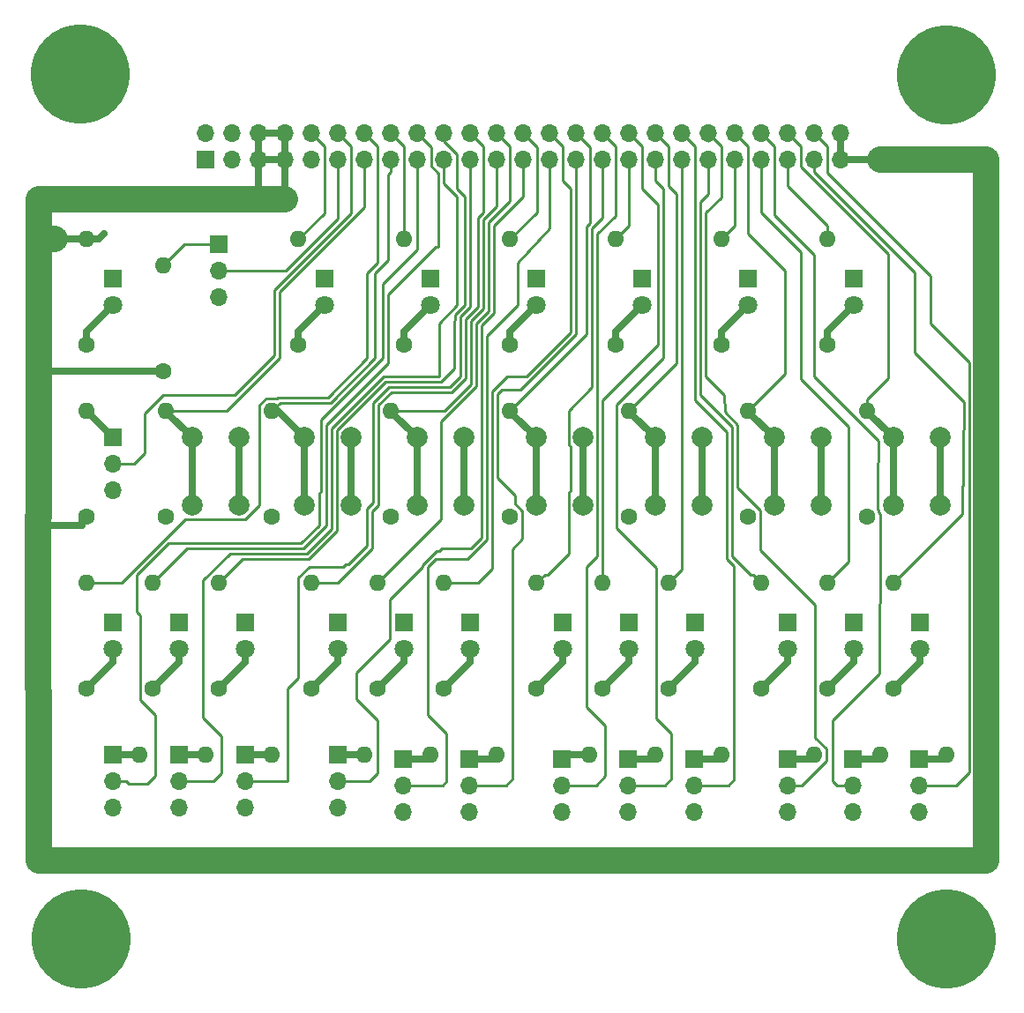
<source format=gbr>
G04 #@! TF.GenerationSoftware,KiCad,Pcbnew,(5.1.5)-3*
G04 #@! TF.CreationDate,2021-04-24T18:14:02-04:00*
G04 #@! TF.ProjectId,LEDS-SW12,4c454453-2d53-4573-9132-2e6b69636164,1*
G04 #@! TF.SameCoordinates,Original*
G04 #@! TF.FileFunction,Copper,L1,Top*
G04 #@! TF.FilePolarity,Positive*
%FSLAX46Y46*%
G04 Gerber Fmt 4.6, Leading zero omitted, Abs format (unit mm)*
G04 Created by KiCad (PCBNEW (5.1.5)-3) date 2021-04-24 18:14:02*
%MOMM*%
%LPD*%
G04 APERTURE LIST*
%ADD10O,1.600000X1.600000*%
%ADD11C,1.600000*%
%ADD12C,9.525000*%
%ADD13C,1.800000*%
%ADD14R,1.800000X1.800000*%
%ADD15O,1.700000X1.700000*%
%ADD16R,1.700000X1.700000*%
%ADD17C,2.000000*%
%ADD18C,0.635000*%
%ADD19C,2.540000*%
%ADD20C,0.254000*%
G04 APERTURE END LIST*
D10*
X77470000Y-81280000D03*
D11*
X77470000Y-91440000D03*
D12*
X15875000Y-15875000D03*
X99000000Y-99000000D03*
X16000000Y-99000000D03*
X99000000Y-16000000D03*
D13*
X96520000Y-71120000D03*
D14*
X96520000Y-68580000D03*
X90170000Y-68580000D03*
D13*
X90170000Y-71120000D03*
D14*
X83820000Y-68580000D03*
D13*
X83820000Y-71120000D03*
X74930000Y-71120000D03*
D14*
X74930000Y-68580000D03*
X68580000Y-68580000D03*
D13*
X68580000Y-71120000D03*
X62230000Y-71120000D03*
D14*
X62230000Y-68580000D03*
X53340000Y-68580000D03*
D13*
X53340000Y-71120000D03*
X46990000Y-71120000D03*
D14*
X46990000Y-68580000D03*
D11*
X49530000Y-91440000D03*
D10*
X49530000Y-81280000D03*
D11*
X55880000Y-91440000D03*
D10*
X55880000Y-81280000D03*
X64770000Y-81280000D03*
D11*
X64770000Y-91440000D03*
X71120000Y-91440000D03*
D10*
X71120000Y-81280000D03*
X86360000Y-81280000D03*
D11*
X86360000Y-91440000D03*
X92710000Y-91440000D03*
D10*
X92710000Y-81280000D03*
X99060000Y-81280000D03*
D11*
X99060000Y-91440000D03*
D10*
X24130000Y-48260000D03*
D11*
X24130000Y-58420000D03*
X34290000Y-58420000D03*
D10*
X34290000Y-48260000D03*
X45720000Y-48260000D03*
D11*
X45720000Y-58420000D03*
X57150000Y-58420000D03*
D10*
X57150000Y-48260000D03*
X68580000Y-48260000D03*
D11*
X68580000Y-58420000D03*
X80010000Y-58420000D03*
D10*
X80010000Y-48260000D03*
X91440000Y-48260000D03*
D11*
X91440000Y-58420000D03*
X93980000Y-74930000D03*
D10*
X93980000Y-64770000D03*
X87630000Y-64770000D03*
D11*
X87630000Y-74930000D03*
X81280000Y-74930000D03*
D10*
X81280000Y-64770000D03*
X72390000Y-64770000D03*
D11*
X72390000Y-74930000D03*
X66040000Y-74930000D03*
D10*
X66040000Y-64770000D03*
X59690000Y-64770000D03*
D11*
X59690000Y-74930000D03*
X50800000Y-74930000D03*
D10*
X50800000Y-64770000D03*
X44450000Y-64770000D03*
D11*
X44450000Y-74930000D03*
D15*
X46863000Y-86741000D03*
X46863000Y-84201000D03*
D16*
X46863000Y-81661000D03*
X53213000Y-81661000D03*
D15*
X53213000Y-84201000D03*
X53213000Y-86741000D03*
X62103000Y-86741000D03*
X62103000Y-84201000D03*
D16*
X62103000Y-81661000D03*
X68453000Y-81661000D03*
D15*
X68453000Y-84201000D03*
X68453000Y-86741000D03*
X74803000Y-86741000D03*
X74803000Y-84201000D03*
D16*
X74803000Y-81661000D03*
X83820000Y-81661000D03*
D15*
X83820000Y-84201000D03*
X83820000Y-86741000D03*
X90043000Y-86741000D03*
X90043000Y-84201000D03*
D16*
X90043000Y-81661000D03*
X96393000Y-81661000D03*
D15*
X96393000Y-84201000D03*
X96393000Y-86741000D03*
D17*
X31115000Y-57300000D03*
X26615000Y-57300000D03*
X31115000Y-50800000D03*
X26615000Y-50800000D03*
X37410000Y-50800000D03*
X41910000Y-50800000D03*
X37410000Y-57300000D03*
X41910000Y-57300000D03*
X52705000Y-57300000D03*
X48205000Y-57300000D03*
X52705000Y-50800000D03*
X48205000Y-50800000D03*
X59635000Y-50800000D03*
X64135000Y-50800000D03*
X59635000Y-57300000D03*
X64135000Y-57300000D03*
X75565000Y-57300000D03*
X71065000Y-57300000D03*
X75565000Y-50800000D03*
X71065000Y-50800000D03*
X82495000Y-50800000D03*
X86995000Y-50800000D03*
X82495000Y-57300000D03*
X86995000Y-57300000D03*
X98425000Y-57300000D03*
X93925000Y-57300000D03*
X98425000Y-50800000D03*
X93925000Y-50800000D03*
D14*
X40640000Y-68580000D03*
D13*
X40640000Y-71120000D03*
X31750000Y-71120000D03*
D14*
X31750000Y-68580000D03*
X25400000Y-68580000D03*
D13*
X25400000Y-71120000D03*
X19050000Y-71120000D03*
D14*
X19050000Y-68580000D03*
D11*
X43180000Y-91440000D03*
D10*
X43180000Y-81280000D03*
X34290000Y-81280000D03*
D11*
X34290000Y-91440000D03*
X27940000Y-91440000D03*
D10*
X27940000Y-81280000D03*
X21590000Y-81280000D03*
D11*
X21590000Y-91440000D03*
X38100000Y-74930000D03*
D10*
X38100000Y-64770000D03*
X29210000Y-64770000D03*
D11*
X29210000Y-74930000D03*
X22860000Y-74930000D03*
D10*
X22860000Y-64770000D03*
X16510000Y-64770000D03*
D11*
X16510000Y-74930000D03*
D15*
X40640000Y-86360000D03*
X40640000Y-83820000D03*
D16*
X40640000Y-81280000D03*
X31750000Y-81280000D03*
D15*
X31750000Y-83820000D03*
X31750000Y-86360000D03*
X25400000Y-86360000D03*
X25400000Y-83820000D03*
D16*
X25400000Y-81280000D03*
X19050000Y-81280000D03*
D15*
X19050000Y-83820000D03*
X19050000Y-86360000D03*
D13*
X90170000Y-38100000D03*
D14*
X90170000Y-35560000D03*
X80010000Y-35560000D03*
D13*
X80010000Y-38100000D03*
X59690000Y-38100000D03*
D14*
X59690000Y-35560000D03*
X69850000Y-35560000D03*
D13*
X69850000Y-38100000D03*
X39370000Y-38100000D03*
D14*
X39370000Y-35560000D03*
X49530000Y-35560000D03*
D13*
X49530000Y-38100000D03*
D10*
X87630000Y-31750000D03*
D11*
X87630000Y-41910000D03*
X77470000Y-41910000D03*
D10*
X77470000Y-31750000D03*
X57150000Y-31750000D03*
D11*
X57150000Y-41910000D03*
X67310000Y-41910000D03*
D10*
X67310000Y-31750000D03*
X36830000Y-31750000D03*
D11*
X36830000Y-41910000D03*
X46990000Y-41910000D03*
D10*
X46990000Y-31750000D03*
D14*
X19050000Y-35560000D03*
D13*
X19050000Y-38100000D03*
D11*
X16510000Y-41910000D03*
D10*
X16510000Y-31750000D03*
D11*
X23876000Y-44450000D03*
D10*
X23876000Y-34290000D03*
D16*
X29210000Y-32258000D03*
D15*
X29210000Y-34798000D03*
X29210000Y-37338000D03*
D11*
X16510000Y-58420000D03*
D10*
X16510000Y-48260000D03*
D16*
X19050000Y-50800000D03*
D15*
X19050000Y-53340000D03*
X19050000Y-55880000D03*
D16*
X27940000Y-24130000D03*
D15*
X27940000Y-21590000D03*
X30480000Y-24130000D03*
X30480000Y-21590000D03*
X33020000Y-24130000D03*
X33020000Y-21590000D03*
X35560000Y-24130000D03*
X35560000Y-21590000D03*
X38100000Y-24130000D03*
X38100000Y-21590000D03*
X40640000Y-24130000D03*
X40640000Y-21590000D03*
X43180000Y-24130000D03*
X43180000Y-21590000D03*
X45720000Y-24130000D03*
X45720000Y-21590000D03*
X48260000Y-24130000D03*
X48260000Y-21590000D03*
X50800000Y-24130000D03*
X50800000Y-21590000D03*
X53340000Y-24130000D03*
X53340000Y-21590000D03*
X55880000Y-24130000D03*
X55880000Y-21590000D03*
X58420000Y-24130000D03*
X58420000Y-21590000D03*
X60960000Y-24130000D03*
X60960000Y-21590000D03*
X63500000Y-24130000D03*
X63500000Y-21590000D03*
X66040000Y-24130000D03*
X66040000Y-21590000D03*
X68580000Y-24130000D03*
X68580000Y-21590000D03*
X71120000Y-24130000D03*
X71120000Y-21590000D03*
X73660000Y-24130000D03*
X73660000Y-21590000D03*
X76200000Y-24130000D03*
X76200000Y-21590000D03*
X78740000Y-24130000D03*
X78740000Y-21590000D03*
X81280000Y-24130000D03*
X81280000Y-21590000D03*
X83820000Y-24130000D03*
X83820000Y-21590000D03*
X86360000Y-24130000D03*
X86360000Y-21590000D03*
X88900000Y-24130000D03*
X88900000Y-21590000D03*
D18*
X16510000Y-40640000D02*
X19050000Y-38100000D01*
X16510000Y-41910000D02*
X16510000Y-40640000D01*
X36830000Y-40640000D02*
X39370000Y-38100000D01*
X36830000Y-41910000D02*
X36830000Y-40640000D01*
X46990000Y-40640000D02*
X49530000Y-38100000D01*
X46990000Y-41910000D02*
X46990000Y-40640000D01*
X57150000Y-40640000D02*
X59690000Y-38100000D01*
X57150000Y-41910000D02*
X57150000Y-40640000D01*
X67310000Y-40640000D02*
X69850000Y-38100000D01*
X67310000Y-41910000D02*
X67310000Y-40640000D01*
X77470000Y-40640000D02*
X80010000Y-38100000D01*
X77470000Y-41910000D02*
X77470000Y-40640000D01*
X87630000Y-40640000D02*
X90170000Y-38100000D01*
X87630000Y-41910000D02*
X87630000Y-40640000D01*
X19050000Y-72390000D02*
X16510000Y-74930000D01*
X19050000Y-71120000D02*
X19050000Y-72390000D01*
X25400000Y-72390000D02*
X22860000Y-74930000D01*
X25400000Y-71120000D02*
X25400000Y-72390000D01*
X31750000Y-72390000D02*
X29210000Y-74930000D01*
X31750000Y-71120000D02*
X31750000Y-72390000D01*
X40640000Y-72390000D02*
X38100000Y-74930000D01*
X40640000Y-71120000D02*
X40640000Y-72390000D01*
X46990000Y-72390000D02*
X44450000Y-74930000D01*
X46990000Y-71120000D02*
X46990000Y-72390000D01*
X40640000Y-81280000D02*
X43180000Y-81280000D01*
X49149000Y-81661000D02*
X49530000Y-81280000D01*
X46863000Y-81661000D02*
X49149000Y-81661000D01*
X55499000Y-81661000D02*
X55880000Y-81280000D01*
X53213000Y-81661000D02*
X55499000Y-81661000D01*
X62484000Y-81280000D02*
X62103000Y-81661000D01*
X64770000Y-81280000D02*
X62484000Y-81280000D01*
X98425000Y-57300000D02*
X98425000Y-50800000D01*
X86995000Y-57300000D02*
X86995000Y-50800000D01*
X75565000Y-57300000D02*
X75565000Y-50800000D01*
X64135000Y-57300000D02*
X64135000Y-50800000D01*
X52705000Y-57300000D02*
X52705000Y-50800000D01*
X41910000Y-57300000D02*
X41910000Y-50800000D01*
X31115000Y-57300000D02*
X31115000Y-50800000D01*
X53340000Y-72390000D02*
X50800000Y-74930000D01*
X53340000Y-71120000D02*
X53340000Y-72390000D01*
X62230000Y-72390000D02*
X59690000Y-74930000D01*
X62230000Y-71120000D02*
X62230000Y-72390000D01*
X68580000Y-72390000D02*
X66040000Y-74930000D01*
X68580000Y-71120000D02*
X68580000Y-72390000D01*
X74930000Y-72390000D02*
X72390000Y-74930000D01*
X74930000Y-71120000D02*
X74930000Y-72390000D01*
X83820000Y-72390000D02*
X81280000Y-74930000D01*
X83820000Y-71120000D02*
X83820000Y-72390000D01*
X90170000Y-72390000D02*
X87630000Y-74930000D01*
X90170000Y-71120000D02*
X90170000Y-72390000D01*
X96520000Y-72390000D02*
X93980000Y-74930000D01*
X96520000Y-71120000D02*
X96520000Y-72390000D01*
D19*
X99060000Y-91440000D02*
X92710000Y-91440000D01*
X86360000Y-91440000D02*
X92710000Y-91440000D01*
X86360000Y-91440000D02*
X77470000Y-91440000D01*
X77470000Y-91440000D02*
X71120000Y-91440000D01*
X71120000Y-91440000D02*
X64770000Y-91440000D01*
X64770000Y-91440000D02*
X55880000Y-91440000D01*
X55880000Y-91440000D02*
X49530000Y-91440000D01*
X43180000Y-91440000D02*
X49530000Y-91440000D01*
X34290000Y-91440000D02*
X43180000Y-91440000D01*
X27940000Y-91440000D02*
X34290000Y-91440000D01*
X21590000Y-91440000D02*
X27940000Y-91440000D01*
D18*
X12229999Y-59219999D02*
X11430000Y-58420000D01*
D19*
X11938000Y-91440000D02*
X11793990Y-58420000D01*
D18*
X16039999Y-58890001D02*
X16510000Y-58420000D01*
X16039999Y-59219999D02*
X12229999Y-59219999D01*
X16039999Y-59219999D02*
X16039999Y-58890001D01*
D19*
X102870000Y-24130000D02*
X92710000Y-24130000D01*
X102870000Y-91440000D02*
X102870000Y-24130000D01*
X99060000Y-91440000D02*
X102870000Y-91440000D01*
D18*
X88900000Y-24130000D02*
X92710000Y-24130000D01*
X88900000Y-24130000D02*
X88900000Y-21590000D01*
X35560000Y-24130000D02*
X35560000Y-21590000D01*
X33020000Y-21590000D02*
X35560000Y-21590000D01*
X33020000Y-21590000D02*
X33020000Y-24130000D01*
X33020000Y-24130000D02*
X35560000Y-24130000D01*
X33020000Y-27432000D02*
X33020000Y-24130000D01*
D19*
X11938000Y-91440000D02*
X21590000Y-91440000D01*
D18*
X12192000Y-44450000D02*
X11938000Y-44196000D01*
X23876000Y-44450000D02*
X12192000Y-44450000D01*
D19*
X11938000Y-58420000D02*
X11938000Y-44196000D01*
X11938000Y-44196000D02*
X11938000Y-31750000D01*
X11938000Y-31750000D02*
X13462000Y-31750000D01*
D18*
X16510000Y-31750000D02*
X13462000Y-31750000D01*
X13462000Y-31750000D02*
X11430000Y-31750000D01*
D19*
X11938000Y-31750000D02*
X11938000Y-27940000D01*
X11938000Y-27940000D02*
X33020000Y-27940000D01*
D18*
X35560000Y-24130000D02*
X35560000Y-27940000D01*
X16510000Y-31750000D02*
X17641370Y-31750000D01*
X17641370Y-31750000D02*
X18149370Y-31242000D01*
D19*
X33020000Y-27940000D02*
X35560000Y-27940000D01*
D18*
X91440000Y-48315000D02*
X93925000Y-50800000D01*
X91440000Y-48260000D02*
X91440000Y-48315000D01*
X93925000Y-50800000D02*
X93925000Y-57300000D01*
D20*
X85051001Y-22821001D02*
X83820000Y-21590000D01*
X85051001Y-24741516D02*
X85051001Y-22821001D01*
X91440000Y-47128630D02*
X93472000Y-45096630D01*
X91440000Y-48260000D02*
X91440000Y-47128630D01*
X93472000Y-33162515D02*
X85090000Y-24780515D01*
X93472000Y-45096630D02*
X93472000Y-33162515D01*
X85090000Y-24780515D02*
X85090000Y-24638000D01*
X85090000Y-24638000D02*
X85051001Y-24741516D01*
D18*
X80010000Y-48315000D02*
X82495000Y-50800000D01*
X80010000Y-48260000D02*
X80010000Y-48315000D01*
X82495000Y-50800000D02*
X82495000Y-57300000D01*
D20*
X80010000Y-48260000D02*
X83566000Y-44704000D01*
X83566000Y-44704000D02*
X83566000Y-34798000D01*
X79971001Y-22821001D02*
X78740000Y-21590000D01*
X79971001Y-31203001D02*
X79971001Y-22821001D01*
X83566000Y-34798000D02*
X79971001Y-31203001D01*
D18*
X68580000Y-48315000D02*
X71065000Y-50800000D01*
X68580000Y-48260000D02*
X68580000Y-48315000D01*
X71065000Y-50800000D02*
X71065000Y-57300000D01*
D20*
X73151990Y-43688010D02*
X68580000Y-48260000D01*
X72351001Y-26631001D02*
X73151990Y-27431990D01*
X73151990Y-27431990D02*
X73151990Y-43688010D01*
X71120000Y-21590000D02*
X72351001Y-22821001D01*
X72351001Y-22821001D02*
X72351001Y-26631001D01*
D18*
X57150000Y-48315000D02*
X59635000Y-50800000D01*
X57150000Y-48260000D02*
X57150000Y-48315000D01*
X59635000Y-50800000D02*
X59635000Y-57300000D01*
D20*
X64808999Y-30230567D02*
X64499981Y-30539585D01*
X63500000Y-21590000D02*
X64808999Y-22898999D01*
X64499981Y-40910019D02*
X57150000Y-48260000D01*
X64499981Y-30539585D02*
X64499981Y-40910019D01*
X64808999Y-22898999D02*
X64808999Y-30230567D01*
D18*
X34870000Y-48260000D02*
X37410000Y-50800000D01*
X34290000Y-48260000D02*
X34870000Y-48260000D01*
X37410000Y-50800000D02*
X37410000Y-57300000D01*
D20*
X45720000Y-25332081D02*
X45720000Y-24130000D01*
X45466000Y-25586081D02*
X45720000Y-25332081D01*
X34290000Y-48260000D02*
X35089999Y-47460001D01*
X35089999Y-47460001D02*
X39915999Y-47460001D01*
X44196000Y-43180000D02*
X44196000Y-35008434D01*
X45466000Y-33738434D02*
X45466000Y-25586081D01*
X44196000Y-35008434D02*
X45466000Y-33738434D01*
X39915999Y-47460001D02*
X44196000Y-43180000D01*
X34543991Y-36619575D02*
X40640000Y-30523566D01*
X34543990Y-42926010D02*
X34543991Y-36619575D01*
X21082000Y-53340000D02*
X22098000Y-52324000D01*
X30734000Y-46736000D02*
X34543990Y-42926010D01*
X22098000Y-48514000D02*
X23876000Y-46736000D01*
X19050000Y-53340000D02*
X21082000Y-53340000D01*
X23876000Y-46736000D02*
X30734000Y-46736000D01*
X22098000Y-52324000D02*
X22098000Y-48514000D01*
X41871001Y-29292565D02*
X34543991Y-36619575D01*
X41871001Y-22821001D02*
X41871001Y-29292565D01*
X40640000Y-21590000D02*
X41871001Y-22821001D01*
X40640000Y-24130000D02*
X40640000Y-29805132D01*
X35647132Y-34798000D02*
X40640000Y-29805132D01*
X29210000Y-34798000D02*
X35647132Y-34798000D01*
D18*
X24130000Y-48315000D02*
X26615000Y-50800000D01*
X24130000Y-48260000D02*
X24130000Y-48315000D01*
X26615000Y-50800000D02*
X26615000Y-57300000D01*
D20*
X35052000Y-43180000D02*
X35052000Y-36830000D01*
X29972000Y-48260000D02*
X35052000Y-43180000D01*
X24130000Y-48260000D02*
X29972000Y-48260000D01*
X43180000Y-28702000D02*
X43180000Y-24130000D01*
X35052000Y-36830000D02*
X43180000Y-28702000D01*
X46990000Y-22860000D02*
X45720000Y-21590000D01*
X46990000Y-31750000D02*
X46990000Y-22860000D01*
D18*
X45720000Y-48315000D02*
X48205000Y-50800000D01*
X45720000Y-48260000D02*
X45720000Y-48315000D01*
X48205000Y-50800000D02*
X48205000Y-57300000D01*
D20*
X55880000Y-28617116D02*
X55880000Y-24130000D01*
X50843566Y-48260000D02*
X53424843Y-45678723D01*
X54609980Y-29887136D02*
X55880000Y-28617116D01*
X45720000Y-48260000D02*
X50843566Y-48260000D01*
X53424843Y-45678723D02*
X53424844Y-39626288D01*
X53424844Y-39626288D02*
X54609980Y-38441152D01*
X54609980Y-38441152D02*
X54609980Y-29887136D01*
X59728999Y-22898999D02*
X58420000Y-21590000D01*
X59728999Y-29171001D02*
X59728999Y-22898999D01*
X57150000Y-31750000D02*
X59728999Y-29171001D01*
X68580000Y-30480000D02*
X67310000Y-31750000D01*
X68580000Y-24130000D02*
X68580000Y-30480000D01*
X78740000Y-30480000D02*
X78740000Y-24130000D01*
X77470000Y-31750000D02*
X78740000Y-30480000D01*
X83820000Y-24130000D02*
X83820000Y-26670000D01*
X83820000Y-26670000D02*
X87630000Y-30480000D01*
X87630000Y-30480000D02*
X87630000Y-31750000D01*
X39331001Y-22821001D02*
X38100000Y-21590000D01*
X39331001Y-29248999D02*
X39331001Y-22821001D01*
X36830000Y-31750000D02*
X39331001Y-29248999D01*
X25908000Y-32258000D02*
X23876000Y-34290000D01*
X29210000Y-32258000D02*
X25908000Y-32258000D01*
D18*
X19050000Y-81280000D02*
X21590000Y-81280000D01*
X25400000Y-81280000D02*
X27940000Y-81280000D01*
X31750000Y-81280000D02*
X34290000Y-81280000D01*
X70739000Y-81661000D02*
X71120000Y-81280000D01*
X68453000Y-81661000D02*
X70739000Y-81661000D01*
X77089000Y-81661000D02*
X77470000Y-81280000D01*
X74803000Y-81661000D02*
X77089000Y-81661000D01*
X85979000Y-81661000D02*
X86360000Y-81280000D01*
X83820000Y-81661000D02*
X85979000Y-81661000D01*
X92329000Y-81661000D02*
X92710000Y-81280000D01*
X90043000Y-81661000D02*
X92329000Y-81661000D01*
X98679000Y-81661000D02*
X99060000Y-81280000D01*
X96393000Y-81661000D02*
X98679000Y-81661000D01*
X19050000Y-50800000D02*
X16510000Y-48260000D01*
D20*
X44411001Y-22821001D02*
X43180000Y-21590000D01*
X43434000Y-35052000D02*
X44450000Y-34036000D01*
X33108999Y-57315001D02*
X33108999Y-47693119D01*
X33108999Y-47693119D02*
X33723119Y-47078999D01*
X25952119Y-58681001D02*
X31742999Y-58681001D01*
X44450000Y-34036000D02*
X44411001Y-22821001D01*
X19863120Y-64770000D02*
X25952119Y-58681001D01*
X34879575Y-46951991D02*
X39662009Y-46951991D01*
X31742999Y-58681001D02*
X33108999Y-57315001D01*
X43434000Y-43180000D02*
X43434000Y-35052000D01*
X33723119Y-47078999D02*
X34752567Y-47078999D01*
X16510000Y-64770000D02*
X19863120Y-64770000D01*
X34752567Y-47078999D02*
X34879575Y-46951991D01*
X39662009Y-46951991D02*
X43434000Y-43180000D01*
X48260000Y-32766000D02*
X48260000Y-24130000D01*
X44958007Y-36067993D02*
X44958006Y-36839680D01*
X48260000Y-32766000D02*
X44958007Y-36067993D01*
X20252081Y-83820000D02*
X20506081Y-84074000D01*
X19050000Y-83820000D02*
X20252081Y-83820000D01*
X20506081Y-84074000D02*
X22352000Y-84074000D01*
X22352000Y-84074000D02*
X23114000Y-83312000D01*
X23114000Y-83312000D02*
X23114000Y-77470000D01*
X21678999Y-76034999D02*
X21678999Y-67906999D01*
X23114000Y-77470000D02*
X21678999Y-76034999D01*
X21336000Y-67564000D02*
X21336000Y-64015554D01*
X21678999Y-67906999D02*
X21336000Y-67564000D01*
X21336000Y-64015554D02*
X24391574Y-60959980D01*
X24391574Y-60959980D02*
X37084020Y-60959980D01*
X38791001Y-59252999D02*
X38791001Y-56204999D01*
X37084020Y-60959980D02*
X38791001Y-59252999D01*
X44957990Y-36068010D02*
X44958007Y-36067993D01*
X44957990Y-43136444D02*
X44957990Y-36068010D01*
X39004970Y-49089464D02*
X44957990Y-43136444D01*
X39004970Y-55991030D02*
X39004970Y-49089464D01*
X38791001Y-56204999D02*
X39004970Y-55991030D01*
X49568999Y-22898999D02*
X48260000Y-21590000D01*
X50291990Y-25443872D02*
X49568999Y-24720881D01*
X49568999Y-24720881D02*
X49568999Y-22898999D01*
X50291990Y-32257990D02*
X50291990Y-25443872D01*
X22860000Y-64770000D02*
X26162010Y-61467990D01*
X26162010Y-61467990D02*
X37338010Y-61467990D01*
X39512980Y-59293020D02*
X39512980Y-49641020D01*
X37338010Y-61467990D02*
X39512980Y-59293020D01*
X39512980Y-49641020D02*
X45466000Y-43688000D01*
X45466000Y-37050120D02*
X50004120Y-32512000D01*
X50004120Y-32512000D02*
X50292000Y-32512000D01*
X45466000Y-43688000D02*
X45466000Y-37050120D01*
X50292000Y-32512000D02*
X50291990Y-32257990D01*
X50800000Y-26372434D02*
X50800000Y-24130000D01*
X52070000Y-27642434D02*
X50800000Y-26372434D01*
X52070000Y-38107396D02*
X52070000Y-27642434D01*
X50335594Y-39841802D02*
X52070000Y-38107396D01*
X50335594Y-44957972D02*
X50335594Y-39841802D01*
X27686000Y-77724000D02*
X27686000Y-64546118D01*
X37635566Y-61976000D02*
X40020989Y-59590577D01*
X28702000Y-83820000D02*
X29464000Y-83058000D01*
X29464000Y-79502000D02*
X27686000Y-77724000D01*
X45001594Y-44957972D02*
X50335594Y-44957972D01*
X29464000Y-83058000D02*
X29464000Y-79502000D01*
X25400000Y-83820000D02*
X28702000Y-83820000D01*
X30256118Y-61976000D02*
X37635566Y-61976000D01*
X27686000Y-64546118D02*
X30256118Y-61976000D01*
X40020989Y-59590577D02*
X40020990Y-49938576D01*
X40020990Y-49938576D02*
X45001594Y-44957972D01*
X51816000Y-39624000D02*
X51900815Y-39539185D01*
X45212018Y-45465982D02*
X50546018Y-45465982D01*
X40528999Y-50149001D02*
X45212018Y-45465982D01*
X51816000Y-44196000D02*
X51816000Y-39624000D01*
X50546018Y-45465982D02*
X51816000Y-44196000D01*
X37846000Y-62484000D02*
X40528999Y-59801001D01*
X51900815Y-39539185D02*
X51900816Y-38995014D01*
X40528999Y-59801001D02*
X40528999Y-50149001D01*
X51900816Y-38995014D02*
X52832000Y-38063830D01*
X29210000Y-64770000D02*
X31496000Y-62484000D01*
X31496000Y-62484000D02*
X37846000Y-62484000D01*
X52070000Y-26924000D02*
X52070000Y-23578118D01*
X52832000Y-38063830D02*
X52832000Y-27686000D01*
X52832000Y-27686000D02*
X52070000Y-26924000D01*
X52070000Y-23578118D02*
X50800000Y-22308118D01*
X50800000Y-22308118D02*
X50800000Y-21590000D01*
X36830000Y-73914000D02*
X35814000Y-74930000D01*
X35814000Y-83820000D02*
X31750000Y-83820000D01*
X36830000Y-64292118D02*
X36830000Y-73914000D01*
X37876118Y-63246000D02*
X36830000Y-64292118D01*
X41402000Y-62992000D02*
X41148000Y-63246000D01*
X51351576Y-45973990D02*
X45539693Y-45973991D01*
X43433990Y-57658010D02*
X43433990Y-61214010D01*
X35814000Y-74930000D02*
X35814000Y-83820000D01*
X53340000Y-38274264D02*
X52408825Y-39205439D01*
X45539693Y-45973991D02*
X44030989Y-47482695D01*
X53340000Y-24130000D02*
X53340000Y-38274264D01*
X41148000Y-63246000D02*
X37876118Y-63246000D01*
X44030989Y-47482695D02*
X44030989Y-57061011D01*
X52408825Y-39205439D02*
X52408825Y-44916741D01*
X41656000Y-62992000D02*
X41402000Y-62992000D01*
X44030989Y-57061011D02*
X43433990Y-57658010D01*
X52408825Y-44916741D02*
X51351576Y-45973990D01*
X43433990Y-61214010D02*
X41656000Y-62992000D01*
X53340000Y-21590000D02*
X54571001Y-22821001D01*
X45750118Y-46482000D02*
X44538999Y-47693119D01*
X51562000Y-46482000D02*
X52916834Y-45127166D01*
X45750118Y-46482000D02*
X51562000Y-46482000D01*
X52916834Y-45127166D02*
X52916835Y-39415863D01*
X52916835Y-39415863D02*
X54101970Y-38230728D01*
X54610000Y-29168682D02*
X54610000Y-23114000D01*
X54101971Y-29676711D02*
X54610000Y-29168682D01*
X54101970Y-38230728D02*
X54101971Y-29676711D01*
X54571001Y-22821001D02*
X54610000Y-23114000D01*
X44538999Y-47693119D02*
X44538999Y-57315001D01*
X40640000Y-64770000D02*
X43942000Y-61468000D01*
X38100000Y-64770000D02*
X40640000Y-64770000D01*
X43942000Y-57912000D02*
X44538999Y-57315001D01*
X43942000Y-61468000D02*
X43942000Y-57912000D01*
X57150000Y-27432000D02*
X57111001Y-22821001D01*
X57150000Y-28065550D02*
X57150000Y-27432000D01*
X55117990Y-30097560D02*
X57150000Y-28065550D01*
X55117990Y-38651576D02*
X55117990Y-30097560D01*
X53932853Y-39836713D02*
X55117990Y-38651576D01*
X53932852Y-45889148D02*
X53932853Y-39836713D01*
X50546000Y-49276000D02*
X53932852Y-45889148D01*
X50546000Y-58674000D02*
X50546000Y-49276000D01*
X57111001Y-22821001D02*
X55880000Y-21590000D01*
X44450000Y-64770000D02*
X50546000Y-58674000D01*
X55626000Y-30480000D02*
X58420000Y-27686000D01*
X55626000Y-38862000D02*
X55626000Y-30480000D01*
X54440862Y-40047138D02*
X55626000Y-38862000D01*
X54440862Y-60410704D02*
X54440862Y-40047138D01*
X53383566Y-61468000D02*
X54440862Y-60410704D01*
X50326882Y-61722000D02*
X50580882Y-61468000D01*
X44450000Y-77978000D02*
X42418000Y-75946000D01*
X58420000Y-27686000D02*
X58420000Y-24130000D01*
X44450000Y-83058000D02*
X44450000Y-77978000D01*
X42418000Y-75946000D02*
X42418000Y-73406000D01*
X40640000Y-83820000D02*
X43688000Y-83820000D01*
X45631001Y-70192999D02*
X45631001Y-66382999D01*
X48767990Y-63246010D02*
X48767991Y-63035575D01*
X50580882Y-61468000D02*
X53383566Y-61468000D01*
X43688000Y-83820000D02*
X44450000Y-83058000D01*
X42418000Y-73406000D02*
X45631001Y-70192999D01*
X45631001Y-66382999D02*
X48767990Y-63246010D01*
X48767991Y-63035575D02*
X50081566Y-61722000D01*
X50081566Y-61722000D02*
X50326882Y-61722000D01*
X57912000Y-34036000D02*
X60960000Y-30734000D01*
X54948872Y-60621128D02*
X54948872Y-41063128D01*
X51054000Y-79248000D02*
X49276000Y-77470000D01*
X51054000Y-83820000D02*
X51054000Y-79248000D01*
X49276000Y-77470000D02*
X49276000Y-63246000D01*
X53086000Y-62484000D02*
X54948872Y-60621128D01*
X50673000Y-84201000D02*
X51054000Y-83820000D01*
X60960000Y-30734000D02*
X60960000Y-24130000D01*
X46863000Y-84201000D02*
X50673000Y-84201000D01*
X57912000Y-38100000D02*
X57912000Y-34036000D01*
X49276000Y-63246000D02*
X50038000Y-62484000D01*
X50038000Y-62484000D02*
X53086000Y-62484000D01*
X54948872Y-41063128D02*
X57912000Y-38100000D01*
X50800000Y-64770000D02*
X54102000Y-64770000D01*
X54102000Y-64770000D02*
X55456882Y-63415118D01*
X55456882Y-63415118D02*
X55456882Y-46397118D01*
X56896000Y-44958000D02*
X58717566Y-44958000D01*
X55456882Y-46397118D02*
X56896000Y-44958000D01*
X58717566Y-44958000D02*
X62992000Y-40683566D01*
X62191001Y-22821001D02*
X60960000Y-21590000D01*
X62191001Y-26123001D02*
X62191001Y-22821001D01*
X62992000Y-26924000D02*
X62191001Y-26123001D01*
X62992000Y-40683566D02*
X62992000Y-26924000D01*
X63500000Y-24130000D02*
X63500000Y-40894000D01*
X63500000Y-40894000D02*
X58166000Y-46228000D01*
X53213000Y-84201000D02*
X56769000Y-84201000D01*
X57404000Y-83566000D02*
X57404000Y-82550000D01*
X56769000Y-84201000D02*
X57404000Y-83566000D01*
X57364999Y-61507001D02*
X57404000Y-82550000D01*
X58331001Y-60540999D02*
X57364999Y-61507001D01*
X58331001Y-57899003D02*
X58331001Y-60540999D01*
X58166000Y-46228000D02*
X56344434Y-46228000D01*
X55968999Y-46603435D02*
X55968999Y-54698999D01*
X56344434Y-46228000D02*
X55968999Y-46603435D01*
X55968999Y-54698999D02*
X57658000Y-56388000D01*
X57658000Y-56388000D02*
X57658000Y-57150000D01*
X57658000Y-57150000D02*
X58331001Y-57899003D01*
X60489999Y-63970001D02*
X60743999Y-63970001D01*
X59690000Y-64770000D02*
X60489999Y-63970001D01*
X62753999Y-61960001D02*
X62753999Y-56149999D01*
X60743999Y-63970001D02*
X62753999Y-61960001D01*
X62753999Y-48244001D02*
X65007991Y-45990009D01*
X62992000Y-51700882D02*
X62753999Y-51462881D01*
X62753999Y-51462881D02*
X62753999Y-48244001D01*
X62753999Y-56149999D02*
X62992000Y-55911998D01*
X62992000Y-55911998D02*
X62992000Y-51700882D01*
X65007991Y-45990009D02*
X65007991Y-30750009D01*
X66040000Y-29718000D02*
X66040000Y-24130000D01*
X65007991Y-30750009D02*
X66040000Y-29718000D01*
X64516000Y-76708000D02*
X64516000Y-63246000D01*
X65516001Y-62245999D02*
X65516001Y-31257999D01*
X64516000Y-63246000D02*
X65516001Y-62245999D01*
X67271001Y-22821001D02*
X66040000Y-21590000D01*
X67271001Y-29502999D02*
X67271001Y-22821001D01*
X65516001Y-31257999D02*
X67271001Y-29502999D01*
X62103000Y-84201000D02*
X65405000Y-84201000D01*
X65405000Y-84201000D02*
X66294000Y-83312000D01*
X66294000Y-78486000D02*
X64516000Y-76708000D01*
X66294000Y-83312000D02*
X66294000Y-78486000D01*
X66040000Y-64770000D02*
X66040000Y-47244000D01*
X71374000Y-41910000D02*
X71374000Y-28448000D01*
X69811001Y-22821001D02*
X68580000Y-21590000D01*
X66040000Y-47244000D02*
X71374000Y-41910000D01*
X71374000Y-28448000D02*
X69811001Y-26885001D01*
X69811001Y-26885001D02*
X69811001Y-22821001D01*
X71120000Y-26118434D02*
X71120000Y-24130000D01*
X67398999Y-47693119D02*
X71882000Y-43210118D01*
X71208999Y-63334999D02*
X67398999Y-59524999D01*
X72009000Y-84201000D02*
X72644000Y-83566000D01*
X71882000Y-26880434D02*
X71120000Y-26118434D01*
X67398999Y-59524999D02*
X67398999Y-47693119D01*
X68453000Y-84201000D02*
X72009000Y-84201000D01*
X71882000Y-43210118D02*
X71882000Y-26880434D01*
X72644000Y-79248000D02*
X71208999Y-77812999D01*
X71208999Y-77812999D02*
X71208999Y-63334999D01*
X72644000Y-83566000D02*
X72644000Y-79248000D01*
X73660000Y-63500000D02*
X72390000Y-64770000D01*
X73660000Y-24130000D02*
X73660000Y-63500000D01*
X74803000Y-84201000D02*
X78105000Y-84201000D01*
X78651001Y-63113435D02*
X77978000Y-62440434D01*
X78105000Y-84201000D02*
X78651001Y-83654999D01*
X78651001Y-83654999D02*
X78651001Y-63113435D01*
X77978000Y-62440434D02*
X77978000Y-50292000D01*
X77978000Y-50292000D02*
X74930000Y-47244000D01*
X74930000Y-22860000D02*
X73660000Y-21590000D01*
X74930000Y-47244000D02*
X74930000Y-22860000D01*
X81280000Y-64770000D02*
X80480001Y-63970001D01*
X80480001Y-63970001D02*
X80226001Y-63970001D01*
X80226001Y-63970001D02*
X78486000Y-62230000D01*
X78486000Y-62230000D02*
X78486000Y-49784000D01*
X78486000Y-49784000D02*
X75438000Y-46736000D01*
X75438000Y-46736000D02*
X75438000Y-28194000D01*
X75438000Y-28194000D02*
X76200000Y-27432000D01*
X76200000Y-27432000D02*
X76200000Y-24130000D01*
X76200000Y-21590000D02*
X76200000Y-22308118D01*
X85186882Y-84201000D02*
X83820000Y-84201000D01*
X87541001Y-80713119D02*
X87541001Y-81846881D01*
X86448999Y-79621117D02*
X87541001Y-80713119D01*
X86448999Y-66890999D02*
X86448999Y-79621117D01*
X76200000Y-21590000D02*
X77431001Y-22821001D01*
X75946000Y-29210000D02*
X75946000Y-44958000D01*
X77431001Y-22821001D02*
X77431001Y-27724999D01*
X77431001Y-27724999D02*
X75946000Y-29210000D01*
X77724000Y-46736000D02*
X77739059Y-48318625D01*
X75946000Y-44958000D02*
X77724000Y-46736000D01*
X77739059Y-48318625D02*
X78994010Y-49573576D01*
X87541001Y-81846881D02*
X85186882Y-84201000D01*
X78994010Y-49573576D02*
X78994010Y-55656128D01*
X78994010Y-55656128D02*
X81191001Y-57853119D01*
X81191001Y-61633001D02*
X86448999Y-66890999D01*
X81191001Y-57853119D02*
X81191001Y-61633001D01*
X89662000Y-62738000D02*
X89662000Y-49784000D01*
X81280000Y-29210000D02*
X81280000Y-24130000D01*
X87630000Y-64770000D02*
X89662000Y-62738000D01*
X85090000Y-45212000D02*
X85090000Y-33020000D01*
X89662000Y-49784000D02*
X85090000Y-45212000D01*
X85090000Y-33020000D02*
X81280000Y-29210000D01*
X88519000Y-84201000D02*
X90043000Y-84201000D01*
X88138000Y-77978000D02*
X88138000Y-83820000D01*
X92621001Y-73494999D02*
X88138000Y-77978000D01*
X92710000Y-60198000D02*
X92621001Y-73494999D01*
X86360000Y-33274000D02*
X86360000Y-44927882D01*
X82511001Y-22821001D02*
X82511001Y-29425001D01*
X82511001Y-29425001D02*
X86360000Y-33274000D01*
X86360000Y-44927882D02*
X92543999Y-51111881D01*
X92543999Y-51111881D02*
X92460856Y-55376856D01*
X92710000Y-58128882D02*
X92710000Y-60198000D01*
X81280000Y-21590000D02*
X82511001Y-22821001D01*
X92460856Y-55376856D02*
X92460856Y-57692974D01*
X88138000Y-83820000D02*
X88519000Y-84201000D01*
X92543999Y-57962881D02*
X92543999Y-57745999D01*
X92543999Y-57745999D02*
X92456000Y-57658000D01*
X92710000Y-58128882D02*
X92543999Y-57962881D01*
X92460856Y-57692974D02*
X92456000Y-57658000D01*
X86360000Y-25332081D02*
X86360000Y-24130000D01*
X100584000Y-58166000D02*
X100710980Y-47370980D01*
X100710980Y-47370980D02*
X96012000Y-42672000D01*
X96012000Y-34984081D02*
X86360000Y-25332081D01*
X93980000Y-64770000D02*
X100584000Y-58166000D01*
X96012000Y-42672000D02*
X96012000Y-34984081D01*
X87591001Y-22821001D02*
X86360000Y-21590000D01*
X87591001Y-25361001D02*
X87591001Y-22821001D01*
X96393000Y-84201000D02*
X99949000Y-84201000D01*
X99949000Y-84201000D02*
X101218990Y-82931010D01*
X97536000Y-35306000D02*
X87591001Y-25361001D01*
X101218990Y-82931010D02*
X101218990Y-43560990D01*
X101218990Y-43560990D02*
X97536000Y-39878000D01*
X97536000Y-39878000D02*
X97536000Y-35306000D01*
M02*

</source>
